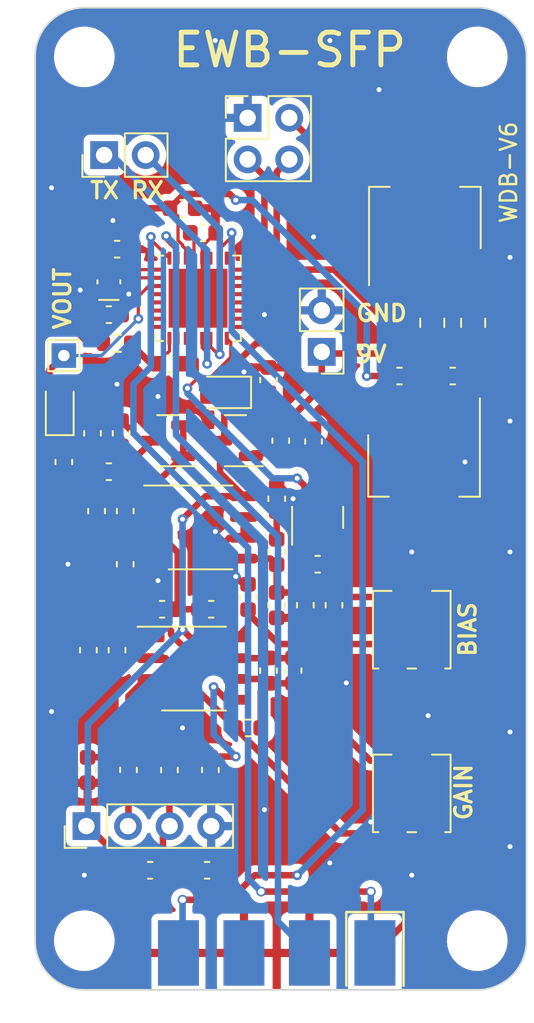
<source format=kicad_pcb>
(kicad_pcb (version 20221018) (generator pcbnew)
  (title_block (title "Depth Sensor") (date "2022-02-08") (rev "1") (company "EWB-SFP") (comment 1 "Hans Gaensbauer"))
  (layers (0 "F.Cu" signal) (31 "B.Cu" signal) (34 "B.Paste" user) (35 "F.Paste" user) (36 "B.SilkS" user "B.Silkscreen") (37 "F.SilkS" user "F.Silkscreen") (38 "B.Mask" user) (39 "F.Mask" user) (44 "Edge.Cuts" user))
  (net 0 "")
  (net 1 "GND")
  (net 2 "Net-(U1A-+)")
  (net 3 "Net-(U1B-+)")
  (net 4 "Net-(U1A--)")
  (net 5 "Net-(C3-Pad2)")
  (net 6 "Net-(U1B--)")
  (net 7 "Net-(C4-Pad2)")
  (net 8 "Net-(U2B-+)")
  (net 9 "VDD")
  (net 10 "Net-(U2A--)")
  (net 11 "Net-(U3-K)")
  (net 12 "Net-(C10-Pad2)")
  (net 13 "+9V")
  (net 14 "Net-(U5-PA00)")
  (net 15 "Net-(U5-PA01)")
  (net 16 "Net-(U5-VDDCORE)")
  (net 17 "Net-(U5-VDDANA)")
  (net 18 "Net-(D2-K)")
  (net 19 "Net-(D2-A)")
  (net 21 "Net-(Q1-D)")
  (net 22 "Net-(Q2-G)")
  (net 23 "/VOUT")
  (net 24 "/SWCLK")
  (net 25 "/SWDIO")
  (net 26 "/TXD")
  (net 27 "/RXD")
  (net 28 "Net-(U2A-+)")
  (net 29 "/USB_D-")
  (net 30 "/USB_D+")
  (net 31 "/A_ON")
  (net 32 "Net-(U2B--)")
  (net 33 "Net-(U3-A)")
  (net 39 "/~{SRST}")
  (net 51 "Net-(J6-Pin_2)")
  (net 52 "+3.3V")
  (net 53 "Net-(J5-Pin_2)")
  (net 54 "Net-(J5-Pin_3)")
  (footprint "Capacitor_SMD:C_0603_1608Metric" (layer "F.Cu") (at 162.25 102.5 180)
    (fp_text reference "C15" hide)
    (fp_text value "2.2u")
  )
  (footprint "Package_TO_SOT_SMD:SOT-23" (layer "F.Cu") (at 152.23 106.45 180)
    (fp_text reference "Q2" hide)
    (fp_text value "Q_PMOS_GSD" hide)
  )
  (footprint "Capacitor_SMD:C_0603_1608Metric" (layer "F.Cu") (at 149 92.25 180)
    (fp_text reference "C19" hide)
    (fp_text value "100n")
  )
  (footprint "Capacitor_SMD:C_0603_1608Metric" (layer "F.Cu") (at 143.25 119.25 90)
    (fp_text reference "C3" hide)
    (fp_text value "1u")
  )
  (footprint "Capacitor_SMD:C_0603_1608Metric" (layer "F.Cu") (at 155 106.45 90)
    (fp_text reference "R1" hide)
    (fp_text value "2.2k")
  )
  (footprint "Capacitor_SMD:C_0603_1608Metric" (layer "F.Cu") (at 154.75 116.5 90)
    (fp_text reference "C7" hide)
    (fp_text value "100n")
  )
  (footprint "Capacitor_SMD:C_0603_1608Metric" (layer "F.Cu") (at 150.5 132.7 180)
    (fp_text reference "R10" hide)
    (fp_text value "100k")
  )
  (footprint "Resistor_SMD:R_0603_1608Metric" (layer "F.Cu") (at 145 100.5 180)
    (fp_text reference "FB1" hide)
    (fp_text value "FerriteBead_Small")
  )
  (footprint "Capacitor_SMD:C_0603_1608Metric" (layer "F.Cu") (at 154.75 110 -90)
    (fp_text reference "C9" hide)
    (fp_text value "1u")
  )
  (footprint "Capacitor_SMD:C_0603_1608Metric" (layer "F.Cu") (at 144.5 98.75 180)
    (fp_text reference "C12" hide)
    (fp_text value "10p")
  )
  (footprint "Capacitor_SMD:C_0603_1608Metric" (layer "F.Cu") (at 153 116 -90)
    (fp_text reference "C6" hide)
    (fp_text value "1u")
  )
  (footprint "Capacitor_SMD:C_0603_1608Metric" (layer "F.Cu") (at 148.2 126.575 90)
    (fp_text reference "R5" hide)
    (fp_text value "100")
  )
  (footprint "Capacitor_SMD:C_0603_1608Metric" (layer "F.Cu") (at 154.25 120.5 90)
    (fp_text reference "R8" hide)
    (fp_text value "10k")
  )
  (footprint "Crystal:Crystal_SMD_MicroCrystal_CM9V-T1A-2Pin_1.6x1.0mm" (layer "F.Cu") (at 144.5 96.75 90)
    (fp_text reference "Y1" hide)
    (fp_text value "Crystal_Small" hide)
  )
  (footprint "Capacitor_SMD:C_0603_1608Metric" (layer "F.Cu") (at 158.25 116.5 90)
    (fp_text reference "R21" hide)
    (fp_text value "~")
  )
  (footprint "Capacitor_SMD:C_0805_2012Metric" (layer "F.Cu") (at 166.75 99.25 90)
    (fp_text reference "C13" hide)
    (fp_text value "10u" hide)
  )
  (footprint "Capacitor_SMD:C_0805_2012Metric" (layer "F.Cu") (at 164.25 99.25 90)
    (fp_text reference "C16" hide)
    (fp_text value "10u" hide)
  )
  (footprint "Capacitor_SMD:C_0603_1608Metric" (layer "F.Cu") (at 157.25 114 180)
    (fp_text reference "R2" hide)
    (fp_text value "2.2k")
  )
  (footprint "Capacitor_SMD:C_0603_1608Metric" (layer "F.Cu") (at 165.5 102.5)
    (fp_text reference "C14" hide)
    (fp_text value "2.2u")
  )
  (footprint "Capacitor_SMD:C_0603_1608Metric" (layer "F.Cu") (at 145.5 110.75 90)
    (fp_text reference "C8" hide)
    (fp_text value "1u")
  )
  (footprint "Capacitor_SMD:C_0603_1608Metric" (layer "F.Cu") (at 145 94.75)
    (fp_text reference "C11" hide)
    (fp_text value "10p")
  )
  (footprint "Package_TO_SOT_SMD:SOT-223-6" (layer "F.Cu") (at 163.75 108 -90)
    (fp_text reference "U6" hide)
    (fp_text value "MCP1793T-3302H/DC" hide)
  )
  (footprint "MyParts:CardEdge_Prog" (layer "F.Cu") (at 160.75 137.75 180)
    (fp_text reference "J3" hide)
    (fp_text value "Conn_02x04_Odd_Even")
  )
  (footprint "Diode_SMD:D_SOD-323" (layer "F.Cu") (at 141.5 104.5 90)
    (fp_text reference "D3" hide)
    (fp_text value "3.3" hide)
  )
  (footprint "Capacitor_SMD:C_0603_1608Metric" (layer "F.Cu") (at 147.025 132.7 180)
    (fp_text reference "R9" hide)
    (fp_text value "100k")
  )
  (footprint "Package_SO:SOP-8_3.9x4.9mm_P1.27mm" (layer "F.Cu") (at 150.105 111.75)
    (fp_text reference "U2" hide)
    (fp_text value "LM358" hide)
  )
  (footprint "Capacitor_SMD:C_0603_1608Metric" (layer "F.Cu") (at 155.75 120.5 90)
    (fp_text reference "C4" hide)
    (fp_text value "1u")
  )
  (footprint "Capacitor_SMD:C_0603_1608Metric" (layer "F.Cu") (at 141.75 107.75 -90)
    (fp_text reference "R19" hide)
    (fp_text value "330")
  )
  (footprint "Potentiometer_SMD:Potentiometer_Bourns_3314J_Vertical" (layer "F.Cu") (at 163 128 180)
    (fp_text reference "RV2" hide)
    (fp_text value "1k")
  )
  (footprint "Package_TO_SOT_SMD:SOT-23" (layer "F.Cu") (at 157.25 111.1375 90)
    (fp_text reference "Q1" hide)
    (fp_text value "Q_NMOS_GSD" hide)
  )
  (footprint "Capacitor_SMD:C_0603_1608Metric" (layer "F.Cu") (at 153 124 180)
    (fp_text reference "R20" hide)
    (fp_text value "300")
  )
  (footprint "MountingHole:MountingHole_3.2mm_M3" (layer "F.Cu") (at 143 83)
    (fp_text reference "H1" hide)
    (fp_text value "MountingHole" hide)
  )
  (footprint "Capacitor_SMD:C_0603_1608Metric" (layer "F.Cu") (at 157 106.5 90)
    (fp_text reference "R3" hide)
    (fp_text value "2.2k")
  )
  (footprint "Connector_PinHeader_2.54mm:PinHeader_1x04_P2.54mm_Vertical" (layer "F.Cu") (at 143.13 130 90)
    (fp_text reference "J5" hide)
    (fp_text value "Conn_01x04")
  )
  (footprint "Connector_PinHeader_2.54mm:PinHeader_2x02_P2.54mm_Vertical" (layer "F.Cu") (at 152.975 86.725)
    (fp_text reference "J6" hide)
    (fp_text value "Conn_01x04")
  )
  (footprint "LED_SMD:LED_0805_2012Metric" (layer "F.Cu") (at 151.5 103.5 180)
    (fp_text reference "D2" hide)
    (fp_text value "LED_Small" hide)
  )
  (footprint "Capacitor_SMD:C_0603_1608Metric" (layer "F.Cu") (at 150.7 126.565 90)
    (fp_text reference "C2" hide)
    (fp_text value "1u")
  )
  (footprint "Capacitor_SMD:C_0603_1608Metric" (layer "F.Cu") (at 150.75 116.75)
    (fp_text reference "R13" hide)
    (fp_text value "2.2k")
  )
  (footprint "MountingHole:MountingHole_3.2mm_M3" (layer "F.Cu") (at 167 83 90)
    (fp_text reference "H2" hide)
    (fp_text value "MountingHole" hide)
  )
  (footprint "Potentiometer_SMD:Potentiometer_Bourns_3314J_Vertical" (layer "F.Cu") (at 163 118 180)
    (fp_text reference "RV1" hide)
    (fp_text value "100k")
  )
  (footprint "Capacitor_SMD:C_0603_1608Metric" (layer "F.Cu") (at 143.2 126.575 90)
    (fp_text reference "C1" hide)
    (fp_text value "1u")
  )
  (footprint "Package_DFN_QFN:QFN-32-1EP_5x5mm_P0.5mm_EP3.6x3.6mm" (layer "F.Cu") (at 149.95 97.75)
    (fp_text reference "U5" hide)
    (fp_text value "ATSAMD21E17D-M" hide)
  )
  (footprint "Capacitor_SMD:C_0603_1608Metric" (layer "F.Cu") (at 144.5 108.345 180)
    (fp_text reference "R17" hide)
    (fp_text value "330")
  )
  (footprint "Connector_PinHeader_2.54mm:PinHeader_1x02_P2.54mm_Vertical" (layer "F.Cu") (at 144.21 89 90)
    (fp_text reference "J2" hide)
    (fp_text value "Conn_01x02")
  )
  (footprint "Capacitor_SMD:C_0603_1608Metric" (layer "F.Cu") (at 154.25 102.75 90)
    (fp_text reference "R16" hide)
    (fp_text value "470")
  )
  (footprint "Capacitor_SMD:C_0603_1608Metric" (layer "F.Cu") (at 150.25 93.75 180)
    (fp_text reference "C17" hide)
    (fp_text value "1u")
  )
  (footprint "Capacitor_SMD:C_0603_1608Metric" (layer "F.Cu") (at 145 119.25 -90)
    (fp_text reference "R7" hide)
    (fp_text value "10k")
  )
  (footprint "Capacitor_SMD:C_0603_1608Metric" (layer "F.Cu") (at 156.5 116.5 90)
    (fp_text reference "C5" hide)
    (fp_text value "10u")
  )
  (footprint "Capacitor_SMD:C_0603_1608Metric" (layer "F.Cu") (at 143.75 110.75 90)
    (fp_text reference "R14" hide)
    (fp_text value "2.2k")
  )
  (footprint "Capacitor_SMD:C_0603_1608Metric" (layer "F.Cu") (at 145.25 106 -90)
    (fp_text reference "R18" hide)
    (fp_text value "330")
  )
  (footprint "Capacitor_SMD:C_0603_1608Metric" (layer "F.Cu") (at 143.5 106 -90)
    (fp_text reference "C10" hide)
    (fp_text value "100n")
  )
  (footprint "MountingHole:MountingHole_3.2mm_M3" (layer "F.Cu") (at 167 137)
    (fp_text reference "H3" hide)
    (fp_text value "MountingHole" hide)
  )
  (footprint "MountingHole:MountingHole_3.2mm_M3" (layer "F.Cu") (at 143 137)
    (fp_text reference "H4" hide)
    (fp_text value "MountingHole")
  )
  (footprint "Capacitor_SMD:C_0603_1608Metric" (layer "F.Cu") (at 154.75 113.25 90)
    (fp_text reference "R6" hide)
    (fp_text value "~")
  )
  (footprint "Capacitor_SMD:C_0603_1608Metric" (layer "F.Cu") (at 147.75 116.75)
    (fp_text reference "R12" hide)
    (fp_text value "2.2k")
  )
  (footprint "Capacitor_SMD:C_0603_1608Metric" (layer "F.Cu") (at 145.5 114 90)
    (fp_text reference "R11" hide)
    (fp_text value "2.2k")
  )
  (footprint "TestPoint:TestPoint_THTPad_1.5x1.5mm_Drill0.7mm" (layer "F.Cu") (at 141.75 101.25)
    (fp_text reference "TP1" hide)
    (fp_text value "TestPoint" hide)
  )
  (footprint "Capacitor_SMD:C_0603_1608Metric" (layer "F.Cu") (at 148.2 101.75 180)
    (fp_text reference "C18" hide)
    (fp_text value "100n")
  )
  (footprint "Capacitor_SMD:C_0603_1608Metric" (layer "F.Cu") (at 145.7 126.565 90)
    (fp_text reference "R4" hide)
    (fp_text value "100")
  )
  (footprint "Package_TO_SOT_SMD:SOT-223-3_TabPin2" (layer "F.Cu") (at 163.8 92.85 90)
    (fp_text reference "U4" hide)
    (fp_text value "NCP1117-5.0_SOT223" hide)
  )
  (footprint "Connector_PinHeader_2.54mm:PinHeader_1x02_P2.54mm_Vertical" (layer "F.Cu") (at 157.5 101.025 180)
    (fp_text reference "J1" hide)
    (fp_text value "Conn_01x02" hide)
  )
  (footprint "Package_SO:SOP-8_3.9x4.9mm_P1.27mm" (layer "F.Cu") (at 149.7 120.375)
    (fp_text reference "U1" hide)
    (fp_text value "LM358" hide)
  )
  (footprint "Package_TO_SOT_SMD:SOT-23" (layer "F.Cu") (at 148.105 106.45 180)
    (fp_text reference "U3" hide)
    (fp_text value "TL431DBZ" hide)
  )
  (gr_line (start 159 135.25) (end 162.5 135.25) (stroke (width 0.15)) (layer "F.SilkS"))
  (gr_line (start 162.5 135.25) (end 162.5 139.75) (stroke (width 0.15)) (layer "F.SilkS"))
  (gr_line (start 159 139.75) (end 159 135.25) (stroke (width 0.15)) (layer "F.SilkS"))
  (gr_arc (start 143 140) (mid 140.87868 139.12132) (end 140 137) (stroke (width 0.1)) (layer "Edge.Cuts"))
  (gr_line (start 140 83) (end 140 137) (stroke (width 0.1)) (layer "Edge.Cuts"))
  (gr_arc (start 167 80) (mid 169.12132 80.87868) (end 170 83) (stroke (width 0.1)) (layer "Edge.Cuts"))
  (gr_line (start 170 137) (end 170 83) (stroke (width 0.1)) (layer "Edge.Cuts"))
  (gr_arc (start 140 83) (mid 140.87868 80.87868) (end 143 80) (stroke (width 0.1)) (layer "Edge.Cuts"))
  (gr_line (start 167 80) (end 143 80) (stroke (width 0.1)) (layer "Edge.Cuts"))
  (gr_arc (start 170 137) (mid 169.12132 139.12132) (end 167 140) (stroke (width 0.1)) (layer "Edge.Cuts"))
  (gr_line (start 143 140) (end 167 140) (stroke (width 0.1)) (layer "Edge.Cuts"))
  (gr_text "9V" (at 159.5 101.75) (layer "F.SilkS") (effects (font (size 1 1) (thickness 0.2) bold) (justify left bottom)))
  (gr_text "EWB-SFP" (at 148.25 83.75) (layer "F.SilkS") (effects (font (size 2 2) (thickness 0.3) bold) (justify left bottom)))
  (gr_text "VOUT" (at 142.25 99.75 90) (layer "F.SilkS") (effects (font (size 1 1) (thickness 0.2) bold) (justify left bottom)))
  (gr_text "BIAS" (at 167 119.75 90) (layer "F.SilkS") (effects (font (size 1 1) (thickness 0.2) bold) (justify left bottom)))
  (gr_text "RX" (at 145.75 91.75) (layer "F.SilkS") (effects (font (size 1 1) (thickness 0.2) bold) (justify left bottom)))
  (gr_text "TX" (at 143.25 91.75) (layer "F.SilkS") (effects (font (size 1 1) (thickness 0.2) bold) (justify left bottom)))
  (gr_text "WDB-V6" (at 169.5 93.25 90) (layer "F.SilkS") (effects (font (size 1 1)) (justify left bottom)))
  (gr_text "GAIN" (at 166.75 129.75 90) (layer "F.SilkS") (effects (font (size 1 1) (thickness 0.2) bold) (justify left bottom)))
  (gr_text "GND" (at 159.5 99.25) (layer "F.SilkS") (effects (font (size 1 1) (thickness 0.2) bold) (justify left bottom)))
  (segment (start 163.025 102.5) (end 164.725 102.5) (width 0.4) (layer "F.Cu") (net 1))
  (segment (start 154.25 101.975) (end 155.725 101.975) (width 0.4) (layer "F.Cu") (net 1))
  (segment (start 154.75 109.225) (end 154.975 109.225) (width 0.4) (layer "F.Cu") (net 1))
  (segment (start 153 115.225) (end 152.725 115.225) (width 0.4) (layer "F.Cu") (net 1))
  (segment (start 143.725 108.345) (end 142 110.07) (width 0.4) (layer "F.Cu") (net 1))
  (segment (start 148.7 100.2) (end 148.7 101.475) (width 0.2) (layer "F.Cu") (net 1))
  (segment (start 150.2 94.575) (end 151.025 93.75) (width 0.2) (layer "F.Cu") (net 1))
  (segment (start 150.2 97.5) (end 149.95 97.75) (width 0.2) (layer "F.Cu") (net 1))
  (segment (start 155.725 101.975) (end 155.75 102) (width 0.4) (layer "F.Cu") (net 1))
  (segment (start 163.75 104.8625) (end 163.75 103.225) (width 0.4) (layer "F.Cu") (net 1))
  (segment (start 154.25 101.975) (end 153.025 101.975) (width 0.4) (layer "F.Cu") (net 1))
  (segment (start 142 110.07) (end 142 114) (width 0.4) (layer "F.Cu") (net 1))
  (segment (start 149.775 92.25) (end 150.75 92.25) (width 0.4) (layer "F.Cu") (net 1))
  (segment (start 143.725 98.225) (end 142.75 97.25) (width 0.4) (layer "F.Cu") (net 1))
  (segment (start 150.2 95.3) (end 150.2 94.575) (width 0.2) (layer "F.Cu") (net 1))
  (segment (start 165.75 107.75) (end 166.25 107.75) (width 0.4) (layer "F.Cu") (net 1))
  (segment (start 143.5 104.5) (end 143.5 105.225) (width 0.4) (layer "F.Cu") (net 1))
  (segment (start 149.95 97.75) (end 148.7 99) (width 0.2) (layer "F.Cu") (net 1))
  (segment (start 152.725 115.225) (end 152.25 114.75) (width 0.4) (layer "F.Cu") (net 1))
  (segment (start 152.75 137.75) (end 156.75 137.75) (width 0.4) (layer "F.Cu") (net 1))
  (segment (start 150.2 95.3) (end 150.2 97.5) (width 0.2) (layer "F.Cu") (net 1))
  (segment (start 158.25 117.275) (end 154.75 117.275) (width 0.4) (layer "F.Cu") (net 1))
  (segment (start 151.025 92.525) (end 151.025 93.75) (width 0.4) (layer "F.Cu") (net 1))
  (segment (start 154.975 109.225) (end 155.75 110) (width 0.4) (layer "F.Cu") (net 1))
  (segment (start 163.75 103.225) (end 163.025 102.5) (width 0.4) (layer "F.Cu") (net 1))
  (segment (start 147.48 114.98) (end 147.5 115) (width 0.4) (layer "F.Cu") (net 1))
  (segment (start 163.75 105.75) (end 165.75 107.75) (width 0.4) (layer "F.Cu") (net 1))
  (segment (start 152.75 137.75) (end 148.75 137.75) (width 0.4) (layer "F.Cu") (net 1))
  (segment (start 163.75 104.8625) (end 163.75 105.75) (width 0.4) (layer "F.Cu") (net 1))
  (segment (start 142.45 103.45) (end 143.5 104.5) (width 0.4) (layer "F.Cu") (net 1))
  (segment (start 143.725 98.75) (end 143.725 98.225) (width 0.4) (layer "F.Cu") (net 1))
  (segment (start 148.7 99) (end 148.7 100.2) (width 0.2) (layer "F.Cu") (net 1))
  (segment (start 153.025 101.975) (end 152.75 102.25) (width 0.4) (layer "F.Cu") (net 1))
  (segment (start 148.7 101.475) (end 148.975 101.75) (width 0.2) (layer "F.Cu") (net 1))
  (segment (start 150.75 92.25) (end 151.025 92.525) (width 0.4) (layer "F.Cu") (net 1))
  (segment (start 147.48 113.655) (end 147.48 114.98) (width 0.4) (layer "F.Cu") (net 1))
  (segment (start 164.25 100.2) (end 166.75 100.2) (width 0.4) (layer "F.Cu") (net 1))
  (segment (start 141.5 103.45) (end 142.45 103.45) (width 0.4) (layer "F.Cu") (net 1))
  (via (at 142 114) (size 0.6) (drill 0.3) (layers "F.Cu" "B.Cu") (net 1))
  (via (at 160.494622 129.744622) (size 0.6) (drill 0.3) (layers "F.Cu" "B.Cu") (net 1))
  (via (at 151 112) (size 0.6) (drill 0.3) (layers "F.Cu" "B.Cu") (net 1))
  (via (at 163 133) (size 0.6) (drill 0.3) (layers "F.Cu" "B.Cu") (net 1))
  (via (at 154 129) (size 0.6) (drill 0.3) (layers "F.Cu" "B.Cu") (net 1))
  (via (at 151 82) (size 0.6) (drill 0.3) (layers "F.Cu" "B.Cu") (net 1))
  (via (at 155.75 110) (size 0.6) (drill 0.3) (layers "F.Cu" "B.Cu") (net 1))
  (via (at 163 113.25) (size 0.6) (drill 0.3) (layers "F.Cu" "B.Cu") (net 1))
  (via (at 164 123.25) (size 0.6) (drill 0.3) (layers "F.Cu" "B.Cu") (net 1))
  (via (at 141 91) (size 0.6) (drill 0.3) (layers "F.Cu" "B.Cu") (net 1))
  (via (at 144.75 93) (size 0.6) (drill 0.3) (layers "F.Cu" "B.Cu") (net 1))
  (via (at 166.25 107.75) (size 0.6) (drill 0.3) (layers "F.Cu" "B.Cu") (net 1))
  (via (at 141 123) (size 0.6) (drill 0.3) (layers "F.Cu" "B.Cu") (net 1))
  (via (at 152.25 114.75) (size 0.6) (drill 0.3) (layers "F.Cu" "B.Cu") (net 1))
  (via (at 169 131.25) (size 0.6) (drill 0.3) (layers "F.Cu" "B.Cu") (net 1))
  (via (at 142.75 97.25) (size 0.6) (drill 0.3) (layers "F.Cu" "B.Cu") (net 1))
  (via (at 145.718706 97.492221) (size 0.6) (drill 0.3) (layers "F.Cu" "B.Cu") (net 1))
  (via (at 169 95.25) (size 0.6) (drill 0.3) (layers "F.Cu" "B.Cu") (net 1))
  (via (at 147.5 115) (size 0.6) (drill 0.3) (layers "F.Cu" "B.Cu") (net 1))
  (via (at 169 113.25) (size 0.6) (drill 0.3) (layers "F.Cu" "B.Cu") (net 1))
  (via (at 147.5 103.75) (size 0.6) (drill 0.3) (layers "F.Cu" "B.Cu") (net 1))
  (via (at 152.75 102.25) (size 0.6) (drill 0.3) (layers "F.Cu" "B.Cu") (net 1))
  (via (at 158 82) (size 0.6) (drill 0.3) (layers "F.Cu" "B.Cu") (net 1))
  (via (at 149 124) (size 0.6) (drill 0.3) (layers "F.Cu" "B.Cu") (net 1))
  (via (at 169 124.25) (size 0.6) (drill 0.3) (layers "F.Cu" "B.Cu") (net 1))
  (via (at 157 94) (size 0.6) (drill 0.3) (layers "F.Cu" "B.Cu") (net 1))
  (via (at 154 98.75) (size 0.6) (drill 0.3) (layers "F.Cu" "B.Cu") (net 1))
  (via (at 161 85) (size 0.6) (drill 0.3) (layers "F.Cu" "B.Cu") (net 1))
  (via (at 158 132.25) (size 0.6) (drill 0.3) (layers "F.Cu" "B.Cu") (net 1))
  (via (at 145 103) (size 0.6) (drill 0.3) (layers "F.Cu" "B.Cu") (net 1))
  (via (at 143 133) (size 0.6) (drill 0.3) (layers "F.Cu" "B.Cu") (net 1))
  (via (at 159 121.25) (size 0.6) (drill 0.3) (layers "F.Cu" "B.Cu") (net 1))
  (via (at 169 105.25) (size 0.6) (drill 0.3) (layers "F.Cu" "B.Cu") (net 1))
  (segment (start 145.7 125.79) (end 143.21 125.79) (width 0.4) (layer "F.Cu") (net 2))
  (segment (start 146.742183 121.01) (end 147.075 121.01) (width 0.4) (layer "F.Cu") (net 2))
  (segment (start 145.7 125.79) (end 145.7 122.052183) (width 0.4) (layer "F.Cu") (net 2))
  (segment (start 143.21 125.79) (end 143.2 125.8) (width 0.4) (layer "F.Cu") (net 2))
  (segment (start 145.7 122.052183) (end 146.742183 121.01) (width 0.4) (layer "F.Cu") (net 2))
  (segment (start 151.678502 122.28) (end 150.898502 121.5) (width 0.4) (layer "F.Cu") (net 3))
  (segment (start 150.74 125.75) (end 152.25 125.75) (width 0.4) (layer "F.Cu") (net 3))
  (segment (start 150.7 125.79) (end 148.21 125.79) (width 0.4) (layer "F.Cu") (net 3))
  (segment (start 150.7 125.79) (end 150.74 125.75) (width 0.4) (layer "F.Cu") (net 3))
  (segment (start 148.21 125.79) (end 148.2 125.8) (width 0.4) (layer "F.Cu") (net 3))
  (segment (start 152.325 122.28) (end 151.678502 122.28) (width 0.4) (layer "F.Cu") (net 3))
  (via (at 150.898502 121.5) (size 0.6) (drill 0.3) (layers "F.Cu" "B.Cu") (net 3))
  (via (at 152.25 125.75) (size 0.6) (drill 0.3) (layers "F.Cu" "B.Cu") (net 3))
  (segment (start 150.898502 124.398502) (end 152.25 125.75) (width 0.4) (layer "B.Cu") (net 3))
  (segment (start 150.898502 121.5) (end 150.898502 124.398502) (width 0.4) (layer "B.Cu") (net 3))
  (segment (start 161.405878 130.444122) (end 158.669122 130.444122) (width 0.4) (layer "F.Cu") (net 4))
  (segment (start 158.669122 130.444122) (end 152.225 124) (width 0.4) (layer "F.Cu") (net 4))
  (segment (start 161.85 130) (end 161.405878 130.444122) (width 0.4) (layer "F.Cu") (net 4))
  (segment (start 152.225 124) (end 147.965 119.74) (width 0.4) (layer "F.Cu") (net 4))
  (segment (start 145 120.025) (end 143.25 120.025) (width 0.4) (layer "F.Cu") (net 4))
  (segment (start 147.965 119.74) (end 147.075 119.74) (width 0.4) (layer "F.Cu") (net 4))
  (segment (start 145.285 119.74) (end 145 120.025) (width 0.4) (layer "F.Cu") (net 4))
  (segment (start 147.075 119.74) (end 145.285 119.74) (width 0.4) (layer "F.Cu") (net 4))
  (segment (start 145 118.475) (end 147.07 118.475) (width 0.4) (layer "F.Cu") (net 5))
  (segment (start 145 118.475) (end 145 115.275) (width 0.4) (layer "F.Cu") (net 5))
  (segment (start 145 115.275) (end 145.5 114.775) (width 0.4) (layer "F.Cu") (net 5))
  (segment (start 143.25 118.475) (end 145 118.475) (width 0.4) (layer "F.Cu") (net 5))
  (segment (start 147.07 118.475) (end 147.075 118.47) (width 0.4) (layer "F.Cu") (net 5))
  (segment (start 154.25 121.275) (end 155.75 121.275) (width 0.4) (layer "F.Cu") (net 6))
  (segment (start 152.325 121.01) (end 153.985 121.01) (width 0.4) (layer "F.Cu") (net 6))
  (segment (start 164.15 130) (end 164.15 127.15) (width 0.4) (layer "F.Cu") (net 6))
  (segment (start 164.15 127.15) (end 163 126) (width 0.4) (layer "F.Cu") (net 6))
  (segment (start 153.775 121.75) (end 154.25 121.275) (width 0.4) (layer "F.Cu") (net 6))
  (segment (start 160.475 126) (end 163 126) (width 0.4) (layer "F.Cu") (net 6))
  (segment (start 153.775 124) (end 153.775 121.75) (width 0.4) (layer "F.Cu") (net 6))
  (segment (start 155.75 121.275) (end 160.475 126) (width 0.4) (layer "F.Cu") (net 6))
  (segment (start 153.985 121.01) (end 154.25 121.275) (width 0.4) (layer "F.Cu") (net 6))
  (segment (start 148.3005 118.0755) (end 148.3005 118.289743) (width 0.4) (layer "F.Cu") (net 7))
  (segment (start 149.750757 119.74) (end 152.325 119.74) (width 0.4) (layer "F.Cu") (net 7))
  (segment (start 148.3005 118.289743) (end 149.750757 119.74) (width 0.4) (layer "F.Cu") (net 7))
  (segment (start 146.975 116.75) (end 148.3005 118.0755) (width 0.4) (layer "F.Cu") (net 7))
  (segment (start 152.325 119.74) (end 155.735 119.74) (width 0.4) (layer "F.Cu") (net 7))
  (segment (start 155.735 119.74) (end 155.75 119.725) (width 0.4) (layer "F.Cu") (net 7))
  (segment (start 152.73 113.655) (end 154.38 113.655) (width 0.4) (layer "F.Cu") (net 8))
  (segment (start 154.38 113.655) (end 154.75 114.025) (width 0.4) (layer "F.Cu") (net 8))
  (segment (start 154.75 115.725) (end 158.25 115.725) (width 0.4) (layer "F.Cu") (net 8))
  (segment (start 163 116) (end 158.525 116) (width 0.4) (layer "F.Cu") (net 8))
  (segment (start 158.525 116) (end 158.25 115.725) (width 0.4) (layer "F.Cu") (net 8))
  (segment (start 154.75 114.025) (end 154.75 115.725) (width 0.4) (layer "F.Cu") (net 8))
  (segment (start 150.405 109.845) (end 152.73 109.845) (width 0.4) (layer "F.Cu") (net 9))
  (segment (start 151.2925 106.45) (end 151.55 106.1925) (width 0.4) (layer "F.Cu") (net 9))
  (segment (start 149.5 118.5) (end 152.295 118.5) (width 0.4) (layer "F.Cu") (net 9))
  (segment (start 154.75 112.475) (end 154.75 110.775) (width 0.4) (layer "F.Cu") (net 9))
  (segment (start 152.295 118.5) (end 152.325 118.47) (width 0.4) (layer "F.Cu") (net 9))
  (segment (start 155 99.5) (end 155 97.25) (width 0.4) (layer "F.Cu") (net 9))
  (segment (start 166.1 97.65) (end 166.75 98.3) (width 0.4) (layer "F.Cu") (net 9))
  (segment (start 146.25 132.7) (end 145.918 132.7) (width 0.4) (layer "F.Cu") (net 9))
  (segment (start 166.1 96) (end 166.1 97.65) (width 0.4) (layer "F.Cu") (net 9))
  (segment (start 158.25 96) (end 161.45 99.2) (width 0.4) (layer "F.Cu") (net 9))
  (segment (start 151.2925 108.4075) (end 151.2925 106.45) (width 0.4) (layer "F.Cu") (net 9))
  (segment (start 154.875 118.875) (end 153 117) (width 0.4) (layer "F.Cu") (net 9))
  (segment (start 165.85 99.2) (end 166.75 98.3) (width 0.4) (layer "F.Cu") (net 9))
  (segment (start 161.45 99.2) (end 165.85 99.2) (width 0.4) (layer "F.Cu") (net 9))
  (segment (start 153 116.775) (end 153 117.795) (width 0.4) (layer "F.Cu") (net 9))
  (segment (start 151.55 102.45) (end 153.5 100.5) (width 0.4) (layer "F.Cu") (net 9))
  (segment (start 152.73 109.845) (end 151.2925 108.4075) (width 0.4) (layer "F.Cu") (net 9))
  (segment (start 153.5 100.5) (end 154 100.5) (width 0.4) (layer "F.Cu") (net 9))
  (segment (start 161.85 120) (end 160.725 118.875) (width 0.4) (layer "F.Cu") (net 9))
  (segment (start 153 117.795) (end 152.325 118.47) (width 0.4) (layer "F.Cu") (net 9))
  (segment (start 153 117) (end 153 116.775) (width 0.4) (layer "F.Cu") (net 9))
  (segment (start 154 100.5) (end 155 99.5) (width 0.4) (layer "F.Cu") (net 9))
  (segment (start 151.55 106.1925) (end 151.55 102.45) (width 0.4) (layer "F.Cu") (net 9))
  (segment (start 145.918 132.7) (end 143.218 130) (width 0.4) (layer "F.Cu") (net 9))
  (segment (start 149 118) (end 149.5 118.5) (width 0.4) (layer "F.Cu") (net 9))
  (segment (start 149 111.25) (end 150.405 109.845) (width 0.4) (layer "F.Cu") (net 9))
  (segment (start 155 97.25) (end 156.25 96) (width 0.4) (layer "F.Cu") (net 9))
  (segment (start 153.82 109.845) (end 152.73 109.845) (width 0.4) (layer "F.Cu") (net 9))
  (segment (start 154.75 110.775) (end 153.82 109.845) (width 0.4) (layer "F.Cu") (net 9))
  (segment (start 160.725 118.875) (end 154.875 118.875) (width 0.4) (layer "F.Cu") (net 9))
  (segment (start 156.25 96) (end 158.25 96) (width 0.4) (layer "F.Cu") (net 9))
  (via (at 149 111.25) (size 0.6) (drill 0.3) (layers "F.Cu" "B.Cu") (net 9))
  (via (at 149 118) (size 0.6) (drill 0.3) (layers "F.Cu" "B.Cu") (net 9))
  (segment (start 149 118) (end 149 111.25) (width 0.4) (layer "B.Cu") (net 9))
  (segment (start 143.218 123.782) (end 149 118) (width 0.4) (layer "B.Cu") (net 9))
  (segment (start 143.218 130) (end 143.218 123.782) (width 0.4) (layer "B.Cu") (net 9))
  (segment (start 145.91 111.115) (end 145.5 111.525) (width 0.4) (layer "F.Cu") (net 10))
  (segment (start 145.5 113.225) (end 145.5 111.525) (width 0.4) (layer "F.Cu") (net 10))
  (segment (start 147.48 111.115) (end 145.91 111.115) (width 0.4) (layer "F.Cu") (net 10))
  (segment (start 143.75 111.525) (end 145.5 111.525) (width 0.4) (layer "F.Cu") (net 10))
  (segment (start 143.75 109.975) (end 145.5 109.975) (width 0.4) (layer "F.Cu") (net 11))
  (segment (start 147.35 109.975) (end 147.48 109.845) (width 0.4) (layer "F.Cu") (net 11))
  (segment (start 149.0425 105.5) (end 149.0425 107.4) (width 0.4) (layer "F.Cu") (net 11))
  (segment (start 147.48 108.9625) (end 149.0425 107.4) (width 0.4) (layer "F.Cu") (net 11))
  (segment (start 147.48 109.845) (end 147.48 108.9625) (width 0.4) (layer "F.Cu") (net 11))
  (segment (start 145.5 109.975) (end 147.35 109.975) (width 0.4) (layer "F.Cu") (net 11))
  (segment (start 143.5 106.775) (end 141.75 108.525) (width 0.4) (layer "F.Cu") (net 12))
  (segment (start 145.25 106.775) (end 143.5 106.775) (width 0.4) (layer "F.Cu") (net 12))
  (segment (start 157.5 101.025) (end 157.6 101.125) (width 0.4) (layer "F.Cu") (net 13))
  (segment (start 157.5 103.175) (end 155 105.675) (width 0.4) (layer "F.Cu") (net 13))
  (segment (start 157.5 101.025) (end 157.5 103.175) (width 0.4) (layer "F.Cu") (net 13))
  (segment (start 166.29 104.8625) (end 166.29 102.515) (width 0.4) (layer "F.Cu") (net 13))
  (segment (start 166.29 102.515) (end 166.275 102.5) (width 0.4) (layer "F.Cu") (net 13))
  (segment (start 153.3425 105.675) (end 153.1675 105.5) (width 0.4) (layer "F.Cu") (net 13))
  (segment (start 155 105.675) (end 153.3425 105.675) (width 0.4) (layer "F.Cu") (net 13))
  (segment (start 157.6 101.125) (end 164.9 101.125) (width 0.4) (layer "F.Cu") (net 13))
  (segment (start 166.29 104.8625) (end 165.02 104.8625) (width 0.4) (layer "F.Cu") (net 13))
  (segment (start 164.9 101.125) (end 166.275 102.5) (width 0.4) (layer "F.Cu") (net 13))
  (segment (start 144.225 94.75) (end 144.225 95.875) (width 0.4) (layer "F.Cu") (net 14))
  (segment (start 144.65 96) (end 144.5 96.15) (width 0.2) (layer "F.Cu") (net 14))
  (segment (start 144.225 95.875) (end 144.5 96.15) (width 0.4) (layer "F.Cu") (net 14))
  (segment (start 147.5 96) (end 144.65 96) (width 0.2) (layer "F.Cu") (net 14))
  (segment (start 144.5 97.975) (end 145.275 98.75) (width 0.4) (layer "F.Cu") (net 15))
  (segment (start 145.75 96.5) (end 144.9 97.35) (width 0.2) (layer "F.Cu") (net 15))
  (segment (start 144.9 97.35) (end 144.5 97.35) (width 0.2) (layer "F.Cu") (net 15))
  (segment (start 144.5 97.35) (end 144.5 97.975) (width 0.4) (layer "F.Cu") (net 15))
  (segment (start 147.5 96.5) (end 145.75 96.5) (width 0.2) (layer "F.Cu") (net 15))
  (segment (start 149.7 95.3) (end 149.7 93.975) (width 0.2) (layer "F.Cu") (net 16))
  (segment (start 149.7 93.975) (end 149.475 93.75) (width 0.2) (layer "F.Cu") (net 16))
  (segment (start 147.425 101.75) (end 147.075 101.75) (width 0.4) (layer "F.Cu") (net 17))
  (segment (start 148.2 100.2) (end 148.2 100.975) (width 0.2) (layer "F.Cu") (net 17))
  (segment (start 147.075 101.75) (end 145.825 100.5) (width 0.4) (layer "F.Cu") (net 17))
  (segment (start 148.2 100.975) (end 147.425 101.75) (width 0.2) (layer "F.Cu") (net 17))
  (segment (start 154.225 103.5) (end 152.4375 103.5) (width 0.4) (layer "F.Cu") (net 18))
  (segment (start 151.7 100.2) (end 151.944729 100.444729) (width 0.2) (layer "F.Cu") (net 19))
  (segment (start 150.5625 102.731098) (end 150.5625 103.5) (width 0.2) (layer "F.Cu") (net 19))
  (segment (start 151.944729 101.348869) (end 150.5625 102.731098) (width 0.2) (layer "F.Cu") (net 19))
  (segment (start 151.944729 100.444729) (end 151.944729 101.348869) (width 0.2) (layer "F.Cu") (net 19))
  (segment (start 157 107.275) (end 157.25 107.525) (width 0.4) (layer "F.Cu") (net 21))
  (segment (start 157.25 107.525) (end 157.25 110.2) (width 0.4) (layer "F.Cu") (net 21))
  (segment (start 153.3425 107.225) (end 153.1675 107.4) (width 0.4) (layer "F.Cu") (net 22))
  (segment (start 155.5 107.225) (end 157 105.725) (width 0.4) (layer "F.Cu") (net 22))
  (segment (start 155 107.225) (end 153.3425 107.225) (width 0.4) (layer "F.Cu") (net 22))
  (segment (start 155 107.225) (end 155.5 107.225) (width 0.4) (layer "F.Cu") (net 22))
  (segment (start 141.75 105.8) (end 141.5 105.55) (width 0.4) (layer "F.Cu") (net 23))
  (segment (start 146.937348 97) (end 146.3005 97.636848) (width 0.2) (layer "F.Cu") (net 23))
  (segment (start 147.5 97) (end 146.937348 97) (width 0.2) (layer "F.Cu") (net 23))
  (segment (start 146.3005 97.636848) (end 146.3005 99) (width 0.2) (layer "F.Cu") (net 23))
  (segment (start 141.75 106.975) (end 141.75 105.8) (width 0.4) (layer "F.Cu") (net 23))
  (segment (start 140.875 102.125) (end 141.75 101.25) (width 0.4) (layer "F.Cu") (net 23))
  (segment (start 140.875 106.1) (end 140.875 102.125) (width 0.4) (layer "F.Cu") (net 23))
  (segment (start 141.75 106.975) (end 140.875 106.1) (width 0.4) (layer "F.Cu") (net 23))
  (via (at 146.3005 99) (size 0.6) (drill 0.3) (layers "F.Cu" "B.Cu") (net 23))
  (segment (start 141.75 101.25) (end 144.0505 101.25) (width 0.2) (layer "B.Cu") (net 23))
  (segment (start 144.0505 101.25) (end 146.3005 99) (width 0.2) (layer "B.Cu") (net 23))
  (segment (start 148.7 94.888054) (end 148.002781 94.190835) (width 0.2) (layer "F.Cu") (net 24))
  (segment (start 148.002781 94.190835) (end 148.002781 93.949897) (width 0.2) (layer "F.Cu") (net 24))
  (segment (start 148.7 95.3) (end 148.7 94.888054) (width 0.2) (layer "F.Cu") (net 24))
  (via (at 148.002781 93.949897) (size 0.6) (drill 0.3) (layers "F.Cu" "B.Cu") (net 24))
  (segment (start 154.829846 135.829846) (end 154.829846 131) (width 0.4) (layer "B.Cu") (net 24))
  (segment (start 148.599501 94.546617) (end 148.599501 106.099501) (width 0.4) (layer "B.Cu") (net 24))
  (segment (start 154.829846 112.329846) (end 154.829846 131) (width 0.4) (layer "B.Cu") (net 24))
  (segment (start 148.599501 106.099501) (end 154.829846 112.329846) (width 0.4) (layer "B.Cu") (net 24))
  (segment (start 148.002781 93.949897) (end 148.599501 94.546617) (width 0.4) (layer "B.Cu") (net 24))
  (segment (start 156.75 137.75) (end 154.829846 135.829846) (width 0.4) (layer "B.Cu") (net 24))
  (segment (start 147.063641 94.163641) (end 147.063641 94) (width 0.2) (layer "F.Cu") (net 25))
  (segment (start 153.800502 134) (end 153.800501 134.000001) (width 0.4) (layer "F.Cu") (net 25))
  (segment (start 148.2 95.3) (end 147.063641 94.163641) (width 0.2) (layer "F.Cu") (net 25))
  (segment (start 160.5 134) (end 153.800502 134) (width 0.4) (layer "F.Cu") (net 25))
  (via (at 160.5 134) (size 0.6) (drill 0.4) (layers "F.Cu" "B.Cu") (net 25))
  (via (at 153.800501 134.000001) (size 0.6) (drill 0.4) (layers "F.Cu" "B.Cu") (net 25))
  (via (at 147.063641 94) (size 0.6) (drill 0.3) (layers "F.Cu" "B.Cu") (net 25))
  (segment (start 146 103) (end 146 106) (width 0.4) (layer "B.Cu") (net 25))
  (segment (start 160.5 137.5) (end 160.75 137.75) (width 0.4) (layer "B.Cu") (net 25))
  (segment (start 147.063641 94) (end 147.063641 101.936359) (width 0.4) (layer "B.Cu") (net 25))
  (segment (start 147.063641 101.936359) (end 146 103) (width 0.4) (layer "B.Cu") (net 25))
  (segment (start 160.5 134) (end 160.5 137.5) (width 0.4) (layer "B.Cu") (net 25))
  (segment (start 153 113) (end 153 133.1995) (width 0.4) (layer "B.Cu") (net 25))
  (segment (start 146 106) (end 153 113) (width 0.4) (layer "B.Cu") (net 25))
  (segment (start 153 133.1995) (end 153.800501 134.000001) (width 0.4) (layer "B.Cu") (net 25))
  (segment (start 150.2 100.76498) (end 150.5 101.06498) (width 0.2) (layer "F.Cu") (net 26))
  (segment (start 150.5 101.06498) (end 150.5 101.75) (width 0.2) (layer "F.Cu") (net 26))
  (segment (start 150.2 100.2) (end 150.2 100.76498) (width 0.2) (layer "F.Cu") (net 26))
  (via (at 150.5 101.75) (size 0.6) (drill 0.3) (layers "F.Cu" "B.Cu") (net 26))
  (segment (start 150.5 101.75) (end 150.5 94.816674) (width 0.4) (layer "B.Cu") (net 26))
  (segment (start 150.5 94.816674) (end 144.683326 89) (width 0.4) (layer "B.Cu") (net 26))
  (segment (start 144.683326 89) (end 144.21 89) (width 0.4) (layer "B.Cu") (net 26))
  (segment (start 150.7 100.2) (end 150.7 100.7) (width 0.2) (layer "F.Cu") (net 27))
  (segment (start 150.7 100.7) (end 151.172043 101.172043) (width 0.2) (layer "F.Cu") (net 27))
  (segment (start 151.172043 101.172043) (end 151.273733 101.172043) (width 0.2) (layer "F.Cu") (net 27))
  (via (at 151.273733 101.172043) (size 0.6) (drill 0.3) (layers "F.Cu" "B.Cu") (net 27))
  (segment (start 146.75 89) (end 151.273733 93.523733) (width 0.4) (layer "B.Cu") (net 27))
  (segment (start 151.273733 93.523733) (end 151.273733 101.172043) (width 0.4) (layer "B.Cu") (net 27))
  (segment (start 148.705 116.57) (end 148.705 113.277183) (width 0.4) (layer "F.Cu") (net 28))
  (segment (start 148.705 113.277183) (end 147.812817 112.385) (width 0.4) (layer "F.Cu") (net 28))
  (segment (start 147.812817 112.385) (end 147.48 112.385) (width 0.4) (layer "F.Cu") (net 28))
  (segment (start 149.975 116.75) (end 148.525 116.75) (width 0.4) (layer "F.Cu") (net 28))
  (segment (start 148.525 116.75) (end 148.705 116.57) (width 0.4) (layer "F.Cu") (net 28))
  (segment (start 154.75 90.03) (end 154.75 95.25) (width 0.4) (layer "F.Cu") (net 29))
  (segment (start 154.75 95.25) (end 153.5 96.5) (width 0.4) (layer "F.Cu") (net 29))
  (segment (start 155.515 89.265) (end 154.75 90.03) (width 0.4) (layer "F.Cu") (net 29))
  (segment (start 152.4 96.5) (end 153.5 96.5) (width 0.2) (layer "F.Cu") (net 29))
  (segment (start 154 95) (end 153.25 95.75) (width 0.4) (layer "F.Cu") (net 30))
  (segment (start 152.975 89.265) (end 154 90.29) (width 0.4) (layer "F.Cu") (net 30))
  (segment (start 152.4 96) (end 153 96) (width 0.2) (layer "F.Cu") (net 30))
  (segment (start 154 90.29) (end 154 95) (width 0.4) (layer "F.Cu") (net 30))
  (segment (start 153 96) (end 153.25 95.75) (width 0.2) (layer "F.Cu") (net 30))
  (segment (start 149.9005 101.501678) (end 149.9005 102.648501) (width 0.2) (layer "F.Cu") (net 31))
  (segment (start 156.3 112.075) (end 156.3 113.568) (width 0.4) (layer "F.Cu") (net 31))
  (segment (start 149.7 101.301178) (end 149.9005 101.501678) (width 0.2) (layer "F.Cu") (net 31))
  (segment (start 156.3 113.568) (end 156.482 113.75) (width 0.4) (layer "F.Cu") (net 31))
  (segment (start 156.3 112.075) (end 156.4495 111.9255) (width 0.4) (layer "F.Cu") (net 31))
  (segment (start 156.4495 111.9255) (end 156.4495 109.1995) (width 0.4) (layer "F.Cu") (net 31))
  (segment (start 156.4495 109.1995) (end 156 108.75) (width 0.4) (layer "F.Cu") (net 31))
  (segment (start 149.9005 102.648501) (end 149.299001 103.25) (width 0.2) (layer "F.Cu") (net 31))
  (segment (start 149.7 100.2) (end 149.7 101.301178) (width 0.2) (layer "F.Cu") (net 31))
  (via (at 156 108.75) (size 0.6) (drill 0.3) (layers "F.Cu" "B.Cu") (net 31))
  (via (at 149.299001 103.25) (size 0.6) (drill 0.3) (layers "F.Cu" "B.Cu") (net 31))
  (segment (start 154.5 108.75) (end 149.299001 103.549001) (width 0.4) (layer "B.Cu") (net 31))
  (segment (start 149.299001 103.549001) (end 149.299001 103.25) (width 0.4) (layer "B.Cu") (net 31))
  (segment (start 156 108.75) (end 154.5 108.75) (width 0.4) (layer "B.Cu") (net 31))
  (segment (start 151.505 112.745) (end 151.865 112.385) (width 0.4) (layer "F.Cu") (net 32))
  (segment (start 151.865 112.385) (end 152.73 112.385) (width 0.4) (layer "F.Cu") (net 32))
  (segment (start 151.505 116.73) (end 151.505 112.745) (width 0.4) (layer "F.Cu") (net 32))
  (segment (start 151.525 116.75) (end 151.505 116.73) (width 0.4) (layer "F.Cu") (net 32))
  (segment (start 152.73 111.115) (end 152.73 112.385) (width 0.4) (layer "F.Cu") (net 32))
  (segment (start 146.475 106.45) (end 145.25 105.225) (width 0.4) (layer "F.Cu") (net 33))
  (segment (start 147.1675 106.45) (end 147.1675 106.4525) (width 0.4) (layer "F.Cu") (net 33))
  (segment (start 147.1675 106.4525) (end 145.275 108.345) (width 0.4) (layer "F.Cu") (net 33))
  (segment (start 147.1675 106.45) (end 146.475 106.45) (width 0.4) (layer "F.Cu") (net 33))
  (segment (start 156 133) (end 153.416941 133) (width 0.4) (layer "F.Cu") (net 39))
  (segment (start 151.2 94.792462) (end 152 93.992462) (width 0.2) (layer "F.Cu") (net 39))
  (segment (start 151.2 95.3) (end 151.2 94.792462) (width 0.2) (layer "F.Cu") (net 39))
  (segment (start 152 93.992462) (end 152 93.75) (width 0.2) (layer "F.Cu") (net 39))
  (segment (start 153.416941 133) (end 151.916941 134.5) (width 0.4) (layer "F.Cu") (net 39))
  (segment (start 151.916941 134.5) (end 149 134.5) (width 0.4) (layer "F.Cu") (net 39))
  (via (at 149 134.5) (size 0.6) (drill 0.4) (layers "F.Cu" "B.Cu") (net 39))
  (via (at 152 93.75) (size 0.6) (drill 0.3) (layers "F.Cu" "B.Cu") (net 39))
  (via (at 156 133) (size 0.6) (drill 0.3) (layers "F.Cu" "B.Cu") (net 39))
  (segment (start 160 107.75) (end 160 129) (width 0.4) (layer "B.Cu") (net 39))
  (segment (start 152 93.75) (end 152 99.75) (width 0.4) (layer "B.Cu") (net 39))
  (segment (start 149 137.5) (end 148.75 137.75) (width 0.4) (layer "B.Cu") (net 39))
  (segment (start 160 129) (end 156 133) (width 0.4) (layer "B.Cu") (net 39))
  (segment (start 152 99.75) (end 160 107.75) (width 0.4) (layer "B.Cu") (net 39))
  (segment (start 149 134.5) (end 149 137.5) (width 0.4) (layer "B.Cu") (net 39))
  (segment (start 163.8 97.85) (end 164.25 98.3) (width 0.4) (layer "F.Cu") (net 51))
  (segment (start 163.8 89.7) (end 163.8 96) (width 0.4) (layer "F.Cu") (net 51))
  (segment (start 163.8 89.7) (end 158.49 89.7) (width 0.4) (layer "F.Cu") (net 51))
  (segment (start 163.8 96) (end 163.8 97.85) (width 0.4) (layer "F.Cu") (net 51))
  (segment (start 158.49 89.7) (end 155.515 86.725) (width 0.4) (layer "F.Cu") (net 51))
  (segment (start 143.25 92.25) (end 148.225 92.25) (width 0.4) (layer "F.Cu") (net 52))
  (segment (start 149.1 91.375) (end 151.875 91.375) (width 0.4) (layer "F.Cu") (net 52))
  (segment (start 162.48 104.8625) (end 162.48 103.505) (width 0.4) (layer "F.Cu") (net 52))
  (segment (start 144.175 100.5) (end 143.25 100.5) (width 0.4) (layer "F.Cu") (net 52))
  (segment (start 148.999002 94.491464) (end 148.725 94.217462) (width 0.2) (layer "F.Cu") (net 52))
  (segment (start 142.0505 99.3005) (end 142.0505 93.4495) (width 0.4) (layer "F.Cu") (net 52))
  (segment (start 143.25 100.5) (end 142.0505 99.3005) (width 0.4) (layer "F.Cu") (net 52))
  (segment (start 162.48 103.505) (end 161.475 102.5) (width 0.4) (layer "F.Cu") (net 52))
  (segment (start 160.75 137.75) (end 166.75 131.75) (width 0.4) (layer "F.Cu") (net 52))
  (segment (start 148.725 92.75) (end 148.225 92.25) (width 0.2) (layer "F.Cu") (net 52))
  (segment (start 149.2 95.3) (end 149.2 94.751) (width 0.2) (layer "F.Cu") (net 52))
  (segment (start 161.475 102.5) (end 160.25 102.5) (width 0.4) (layer "F.Cu") (net 52))
  (segment (start 148.999002 94.550002) (end 148.999002 94.491464) (width 0.2) (layer "F.Cu") (net 52))
  (segment (start 149.2 94.751) (end 148.999002 94.550002) (width 0.2) (layer "F.Cu") (net 52))
  (segment (start 166.75 110.2625) (end 166.75 131.75) (width 0.4) (layer "F.Cu") (net 52))
  (segment (start 151.875 91.375) (end 152.25 91.75) (width 0.4) (layer "F.Cu") (net 52))
  (segment (start 148.725 94.217462) (end 148.725 92.75) (width 0.2) (layer "F.Cu") (net 52))
  (segment (start 162.48 105.9925) (end 166.75 110.2625) (width 0.4) (layer "F.Cu") (net 52))
  (segment (start 142.0505 93.4495) (end 143.25 92.25) (width 0.4) (layer "F.Cu") (net 52))
  (segment (start 148.225 92.25) (end 149.1 91.375) (width 0.4) (layer "F.Cu") (net 52))
  (segment (start 162.48 104.8625) (end 162.48 105.9925) (width 0.4) (layer "F.Cu") (net 52))
  (via (at 160.25 102.5) (size 0.6) (drill 0.3) (layers "F.Cu" "B.Cu") (net 52))
  (via (at 152.25 91.75) (size 0.6) (drill 0.3) (layers "F.Cu" "B.Cu") (net 52))
  (segment (start 152.25 91.75) (end 153.25 91.75) (width 0.4) (layer "B.Cu") (net 52))
  (segment (start 153.25 91.75) (end 160.25 98.75) (width 0.4) (layer "B.Cu") (net 52))
  (segment (start 160.25 98.75) (end 160.25 102.5) (width 0.4) (layer "B.Cu") (net 52))
  (segment (start 145.7 127.34) (end 145.7 129.942) (width 0.4) (layer "F.Cu") (net 53))
  (segment (start 149.725 132.7) (end 147.8 132.7) (width 0.4) (layer "F.Cu") (net 54))
  (segment (start 147.8 132.7) (end 147.8 130.498) (width 0.4) (layer "F.Cu") (net 54))
  (segment (start 147.8 130.498) (end 148.298 130) (width 0.4) (layer "F.Cu") (net 54))
  (segment (start 148.2 129.902) (end 148.298 130) (width 0.4) (layer "F.Cu") (net 54))
  (segment (start 148.2 127.35) (end 148.2 129.902) (width 0.4) (layer "F.Cu") (net 54))
  (zone (net 1) (net_name "GND") (layers "F&B.Cu") (connect_pads (clearance 0.4)) (min_thickness 0.25) (fill yes (thermal_gap 0.5) (thermal_bridge_width 0.5))
    (polygon (pts (xy 140 80) (xy 170 80) (xy 170 140) (xy 140 140)))
  )
)
</source>
